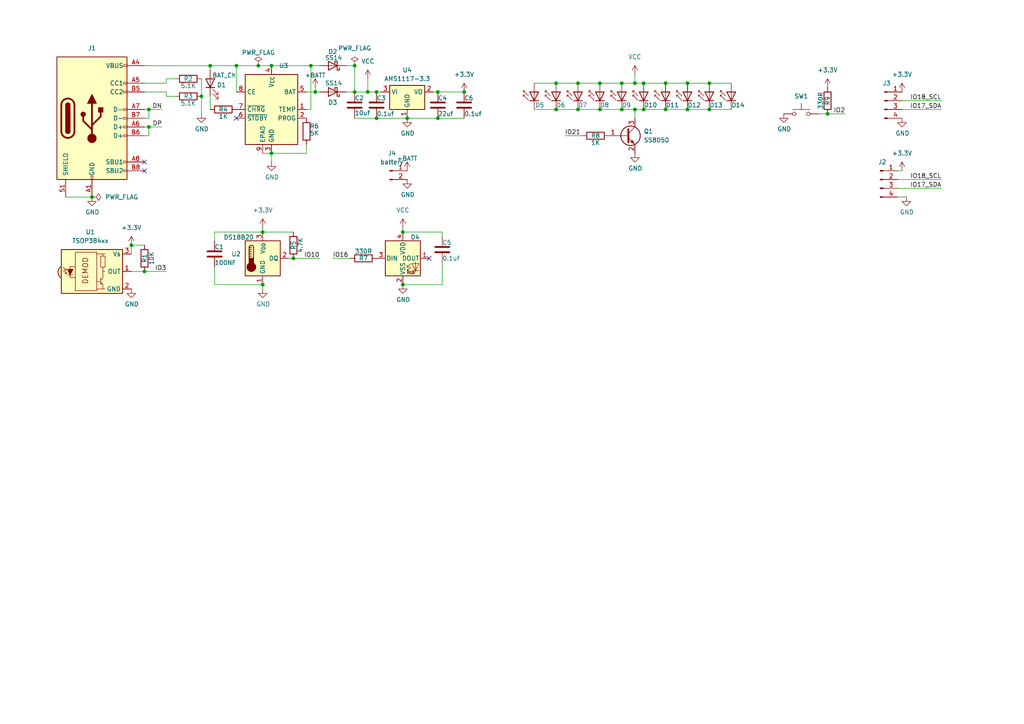
<source format=kicad_sch>
(kicad_sch (version 20250114) (generator "eeschema") (generator_version "9.0")
  (paper "A4")
  (lib_symbols
    (symbol "Battery_Management:TP4056-42-ESOP8"
      (property "Reference" "U" (at -6.604 11.684 0))
      (property "Value" "TP4056-42-ESOP8" (at 10.16 11.684 0))
      (symbol "TP4056-42-ESOP8_1_0"
        (pin input line (at -10.16 5.08 0) (length 2.54) (name "CE") (number "8"))
        (pin open_collector line (at -10.16 0 0) (length 2.54) (name "~{CHRG}") (number "7"))
        (pin open_collector line (at -10.16 -2.54 0) (length 2.54) (name "~{STDBY}") (number "6"))
        (pin passive line (at -2.54 -12.7 90) (length 2.54) (name "EPAD") (number "9"))
        (pin power_in line (at 0 12.7 270) (length 2.54) (name "V_{CC}") (number "4"))
        (pin power_in line (at 0 -12.7 90) (length 2.54) (name "GND") (number "3"))
        (pin power_out line (at 10.16 5.08 180) (length 2.54) (name "BAT") (number "5"))
        (pin input line (at 10.16 0 180) (length 2.54) (name "TEMP") (number "1"))
        (pin passive line (at 10.16 -2.54 180) (length 2.54) (name "PROG") (number "2"))
      )
    )
    (symbol "Connector:Conn_01x02_Pin" (pin_names (offset 1.016) (hide yes))
      (property "Reference" "J" (at 0 2.54 0))
      (property "Value" "Conn_01x02_Pin" (at 0 -5.08 0))
      (symbol "Conn_01x02_Pin_1_1"
        (pin passive line (at 5.08 0 180) (length 3.81) (name "Pin_1") (number "1"))
        (pin passive line (at 5.08 -2.54 180) (length 3.81) (name "Pin_2") (number "2"))
      )
    )
    (symbol "Connector:Conn_01x04_Pin" (pin_names (offset 1.016) (hide yes))
      (property "Reference" "J" (at 0 5.08 0))
      (property "Value" "Conn_01x04_Pin" (at 0 -7.62 0))
      (symbol "Conn_01x04_Pin_1_1"
        (pin passive line (at 5.08 2.54 180) (length 3.81) (name "Pin_1") (number "1"))
        (pin passive line (at 5.08 0 180) (length 3.81) (name "Pin_2") (number "2"))
        (pin passive line (at 5.08 -2.54 180) (length 3.81) (name "Pin_3") (number "3"))
        (pin passive line (at 5.08 -5.08 180) (length 3.81) (name "Pin_4") (number "4"))
      )
    )
    (symbol "Connector:USB_C_Receptacle_USB2.0_16P" (pin_names (offset 1.016))
      (property "Reference" "J" (at 0 22.225 0))
      (property "Value" "USB_C_Receptacle_USB2.0_16P" (at 0 19.685 0))
      (symbol "USB_C_Receptacle_USB2.0_16P_1_1"
        (pin passive line (at -7.62 -22.86 90) (length 5.08) (name "SHIELD") (number "S1"))
        (pin passive line (at 0 -22.86 90) (length 5.08) (name "GND") (number "A1"))
        (pin passive line (at 0 -22.86 90) (length 5.08) (hide yes) (name "GND") (number "A12"))
        (pin passive line (at 0 -22.86 90) (length 5.08) (hide yes) (name "GND") (number "B1"))
        (pin passive line (at 0 -22.86 90) (length 5.08) (hide yes) (name "GND") (number "B12"))
        (pin passive line (at 15.24 15.24 180) (length 5.08) (name "VBUS") (number "A4"))
        (pin passive line (at 15.24 15.24 180) (length 5.08) (hide yes) (name "VBUS") (number "A9"))
        (pin passive line (at 15.24 15.24 180) (length 5.08) (hide yes) (name "VBUS") (number "B4"))
        (pin passive line (at 15.24 15.24 180) (length 5.08) (hide yes) (name "VBUS") (number "B9"))
        (pin bidirectional line (at 15.24 10.16 180) (length 5.08) (name "CC1") (number "A5"))
        (pin bidirectional line (at 15.24 7.62 180) (length 5.08) (name "CC2") (number "B5"))
        (pin bidirectional line (at 15.24 2.54 180) (length 5.08) (name "D-") (number "A7"))
        (pin bidirectional line (at 15.24 0 180) (length 5.08) (name "D-") (number "B7"))
        (pin bidirectional line (at 15.24 -2.54 180) (length 5.08) (name "D+") (number "A6"))
        (pin bidirectional line (at 15.24 -5.08 180) (length 5.08) (name "D+") (number "B6"))
        (pin bidirectional line (at 15.24 -12.7 180) (length 5.08) (name "SBU1") (number "A8"))
        (pin bidirectional line (at 15.24 -15.24 180) (length 5.08) (name "SBU2") (number "B8"))
      )
    )
    (symbol "Device:C" (pin_numbers (hide yes)) (pin_names (offset 0.254))
      (property "Reference" "C" (at 0.635 2.54 0))
      (property "Value" "C" (at 0.635 -2.54 0))
      (symbol "C_1_1"
        (pin passive line (at 0 3.81 270) (length 2.794) (name "~") (number "1"))
        (pin passive line (at 0 -3.81 90) (length 2.794) (name "~") (number "2"))
      )
    )
    (symbol "Device:LED" (pin_numbers (hide yes)) (pin_names (offset 1.016) (hide yes))
      (property "Reference" "D" (at 0 2.54 0))
      (property "Value" "LED" (at 0 -2.54 0))
      (symbol "LED_1_1"
        (pin passive line (at -3.81 0 0) (length 2.54) (name "K") (number "1"))
        (pin passive line (at 3.81 0 180) (length 2.54) (name "A") (number "2"))
      )
    )
    (symbol "Device:R" (pin_numbers (hide yes)) (pin_names (offset 0))
      (property "Reference" "R" (at 2.032 0 90))
      (property "Value" "R" (at 0 0 90))
      (symbol "R_1_1"
        (pin passive line (at 0 3.81 270) (length 1.27) (name "~") (number "1"))
        (pin passive line (at 0 -3.81 90) (length 1.27) (name "~") (number "2"))
      )
    )
    (symbol "Diode:SS14" (pin_numbers (hide yes)) (pin_names (offset 1.016) (hide yes))
      (property "Reference" "D" (at 0 2.54 0))
      (property "Value" "SS14" (at 0 -2.54 0))
      (symbol "SS14_1_1"
        (pin passive line (at -3.81 0 0) (length 2.54) (name "K") (number "1"))
        (pin passive line (at 3.81 0 180) (length 2.54) (name "A") (number "2"))
      )
    )
    (symbol "Interface_Optical:TSOP384xx"
      (property "Reference" "U" (at -10.16 7.62 0))
      (property "Value" "TSOP384xx" (at -10.16 -7.62 0))
      (symbol "TSOP384xx_0_0"
        (text "DEMOD" (at -3.175 0.254 900) (effects (font (size 1.524 1.524))))
      )
      (symbol "TSOP384xx_1_1"
        (pin power_in line (at 10.16 5.08 180) (length 2.54) (name "Vs") (number "3"))
        (pin output line (at 10.16 0 180) (length 2.54) (name "OUT") (number "1"))
        (pin power_in line (at 10.16 -5.08 180) (length 2.54) (name "GND") (number "2"))
      )
    )
    (symbol "Jumper:SolderJumper_2_Open" (pin_numbers (hide yes)) (pin_names (offset 0) (hide yes)) (in_bom no)
      (property "Reference" "JP" (at 0 2.032 0))
      (property "Value" "SolderJumper_2_Open" (at 0 -2.54 0))
      (symbol "SolderJumper_2_Open_1_1"
        (pin passive line (at -3.81 0 0) (length 2.54) (name "A") (number "1"))
        (pin passive line (at 3.81 0 180) (length 2.54) (name "B") (number "2"))
      )
    )
    (symbol "LED:TSAL4400" (pin_numbers (hide yes)) (pin_names (offset 1.016) (hide yes))
      (property "Reference" "D" (at 0.508 1.778 0))
      (property "Value" "TSAL4400" (at -1.016 -2.794 0))
      (symbol "TSAL4400_1_1"
        (pin passive line (at -5.08 0 0) (length 2.54) (name "K") (number "1"))
        (pin passive line (at 2.54 0 180) (length 2.54) (name "A") (number "2"))
      )
    )
    (symbol "LED:WS2812B-2020" (pin_names (offset 0.254))
      (property "Reference" "D" (at 5.08 5.715 0))
      (property "Value" "WS2812B-2020" (at 1.27 -5.715 0))
      (symbol "WS2812B-2020_0_0"
        (text "RGB" (at 2.286 -4.191 0) (effects (font (size 0.762 0.762))))
      )
      (symbol "WS2812B-2020_1_1"
        (pin input line (at -7.62 0 0) (length 2.54) (name "DIN") (number "3"))
        (pin power_in line (at 0 7.62 270) (length 2.54) (name "VDD") (number "4"))
        (pin power_in line (at 0 -7.62 90) (length 2.54) (name "VSS") (number "2"))
        (pin output line (at 7.62 0 180) (length 2.54) (name "DOUT") (number "1"))
      )
    )
    (symbol "Memory_Flash:W25Q32JVSS"
      (property "Reference" "U" (at -6.35 11.43 0))
      (property "Value" "W25Q32JVSS" (at 7.62 11.43 0))
      (symbol "W25Q32JVSS_1_1"
        (pin input line (at -10.16 7.62 0) (length 2.54) (name "~{CS}") (number "1"))
        (pin input line (at -10.16 5.08 0) (length 2.54) (name "CLK") (number "6"))
        (pin bidirectional line (at -10.16 2.54 0) (length 2.54) (name "DI/IO_{0}") (number "5"))
        (pin bidirectional line (at -10.16 0 0) (length 2.54) (name "DO/IO_{1}") (number "2"))
        (pin bidirectional line (at -10.16 -2.54 0) (length 2.54) (name "~{WP}/IO_{2}") (number "3"))
        (pin bidirectional line (at -10.16 -5.08 0) (length 2.54) (name "~{HOLD}/~{RESET}/IO_{3}") (number "7"))
        (pin power_in line (at 0 12.7 270) (length 2.54) (name "VCC") (number "8"))
        (pin power_in line (at 0 -12.7 90) (length 2.54) (name "GND") (number "4"))
      )
    )
    (symbol "RF_Module:ESP32-S3-WROOM-2"
      (property "Reference" "U" (at -10.16 45.72 0))
      (property "Value" "ESP32-S3-WROOM-2" (at 2.54 45.72 0))
      (symbol "ESP32-S3-WROOM-2_1_1"
        (pin input line (at -12.7 40.64 0) (length 2.54) (name "EN") (number "3"))
        (pin no_connect line (at -10.16 -35.56 0) (length 2.54) (hide yes) (name "NC") (number "28"))
        (pin no_connect line (at -10.16 -38.1 0) (length 2.54) (hide yes) (name "NC") (number "29"))
        (pin no_connect line (at -10.16 -40.64 0) (length 2.54) (hide yes) (name "NC") (number "30"))
        (pin power_in line (at 0 48.26 270) (length 2.54) (name "3V3") (number "2"))
        (pin power_in line (at 0 -48.26 90) (length 2.54) (name "GND") (number "1"))
        (pin passive line (at 0 -48.26 90) (length 2.54) (hide yes) (name "GND") (number "40"))
        (pin passive line (at 0 -48.26 90) (length 2.54) (hide yes) (name "GND") (number "41"))
        (pin bidirectional line (at 12.7 40.64 180) (length 2.54) (name "IO0") (number "27"))
        (pin bidirectional line (at 12.7 38.1 180) (length 2.54) (name "IO1") (number "39"))
        (pin bidirectional line (at 12.7 35.56 180) (length 2.54) (name "IO2") (number "38"))
        (pin bidirectional line (at 12.7 33.02 180) (length 2.54) (name "IO3") (number "15"))
        (pin bidirectional line (at 12.7 30.48 180) (length 2.54) (name "IO4") (number "4"))
        (pin bidirectional line (at 12.7 27.94 180) (length 2.54) (name "IO5") (number "5"))
        (pin bidirectional line (at 12.7 25.4 180) (length 2.54) (name "IO6") (number "6"))
        (pin bidirectional line (at 12.7 22.86 180) (length 2.54) (name "IO7") (number "7"))
        (pin bidirectional line (at 12.7 20.32 180) (length 2.54) (name "IO8") (number "12"))
        (pin bidirectional line (at 12.7 17.78 180) (length 2.54) (name "IO9") (number "17"))
        (pin bidirectional line (at 12.7 15.24 180) (length 2.54) (name "IO10") (number "18"))
        (pin bidirectional line (at 12.7 12.7 180) (length 2.54) (name "IO11") (number "19"))
        (pin bidirectional line (at 12.7 10.16 180) (length 2.54) (name "IO12") (number "20"))
        (pin bidirectional line (at 12.7 7.62 180) (length 2.54) (name "IO13") (number "21"))
        (pin bidirectional line (at 12.7 5.08 180) (length 2.54) (name "IO14") (number "22"))
        (pin bidirectional line (at 12.7 2.54 180) (length 2.54) (name "IO15") (number "8"))
        (pin bidirectional line (at 12.7 0 180) (length 2.54) (name "IO16") (number "9"))
        (pin bidirectional line (at 12.7 -2.54 180) (length 2.54) (name "IO17") (number "10"))
        (pin bidirectional line (at 12.7 -5.08 180) (length 2.54) (name "IO18") (number "11"))
        (pin bidirectional line (at 12.7 -7.62 180) (length 2.54) (name "USB_D-/IO19") (number "13"))
        (pin bidirectional line (at 12.7 -10.16 180) (length 2.54) (name "USB_D+/IO20") (number "14"))
        (pin bidirectional line (at 12.7 -12.7 180) (length 2.54) (name "IO21") (number "23"))
        (pin bidirectional line (at 12.7 -15.24 180) (length 2.54) (name "IO38") (number "31"))
        (pin bidirectional line (at 12.7 -17.78 180) (length 2.54) (name "MTCK/IO39") (number "32"))
        (pin bidirectional line (at 12.7 -20.32 180) (length 2.54) (name "MTDO/IO40") (number "33"))
        (pin bidirectional line (at 12.7 -22.86 180) (length 2.54) (name "MTDI/IO41") (number "34"))
        (pin bidirectional line (at 12.7 -25.4 180) (length 2.54) (name "MTMS/IO42") (number "35"))
        (pin bidirectional line (at 12.7 -27.94 180) (length 2.54) (name "TXD0/IO43") (number "37"))
        (pin bidirectional line (at 12.7 -30.48 180) (length 2.54) (name "RXD0/IO44") (number "36"))
        (pin bidirectional line (at 12.7 -33.02 180) (length 2.54) (name "IO45") (number "26"))
        (pin bidirectional line (at 12.7 -35.56 180) (length 2.54) (name "IO46") (number "16"))
        (pin bidirectional line (at 12.7 -38.1 180) (length 2.54) (name "IO47") (number "24"))
        (pin bidirectional line (at 12.7 -40.64 180) (length 2.54) (name "IO48") (number "25"))
      )
    )
    (symbol "Regulator_Linear:AMS1117-3.3"
      (property "Reference" "U" (at -3.81 3.175 0))
      (property "Value" "AMS1117-3.3" (at 0 3.175 0))
      (symbol "AMS1117-3.3_1_1"
        (pin power_in line (at -7.62 0 0) (length 2.54) (name "VI") (number "3"))
        (pin power_in line (at 0 -7.62 90) (length 2.54) (name "GND") (number "1"))
        (pin power_out line (at 7.62 0 180) (length 2.54) (name "VO") (number "2"))
      )
    )
    (symbol "Sensor_Temperature:DS18B20"
      (property "Reference" "U" (at -3.81 6.35 0))
      (property "Value" "DS18B20" (at 6.35 6.35 0))
      (symbol "DS18B20_1_1"
        (pin power_in line (at 0 7.62 270) (length 2.54) (name "V_{DD}") (number "3"))
        (pin power_in line (at 0 -7.62 90) (length 2.54) (name "GND") (number "1"))
        (pin bidirectional line (at 7.62 0 180) (length 2.54) (name "DQ") (number "2"))
      )
    )
    (symbol "Switch:SW_Push" (pin_numbers (hide yes)) (pin_names (offset 1.016) (hide yes))
      (property "Reference" "SW" (at 1.27 2.54 0))
      (property "Value" "SW_Push" (at 0 -1.524 0))
      (symbol "SW_Push_0_1"
        (pin passive line (at -5.08 0 0) (length 2.54) (name "1") (number "1"))
        (pin passive line (at 5.08 0 180) (length 2.54) (name "2") (number "2"))
      )
    )
    (symbol "Transistor_BJT:SS8050" (pin_names (offset 0) (hide yes))
      (property "Reference" "Q" (at 5.08 1.905 0))
      (property "Value" "SS8050" (at 5.08 0 0))
      (symbol "SS8050_1_1"
        (pin input line (at -5.08 0 0) (length 2.54) (name "B") (number "1"))
        (pin passive line (at 2.54 5.08 270) (length 2.54) (name "C") (number "3"))
        (pin passive line (at 2.54 -5.08 90) (length 2.54) (name "E") (number "2"))
      )
    )
    (symbol "power:+3.3V" (power) (pin_numbers (hide yes)) (pin_names (offset 0) (hide yes))
      (property "Value" "+3.3V" (at 0 3.556 0))
      (symbol "+3.3V_1_1"
        (pin power_in line (at 0 0 90) (length 0) (name "~") (number "1"))
      )
    )
    (symbol "power:+BATT" (power) (pin_numbers (hide yes)) (pin_names (offset 0) (hide yes))
      (property "Value" "+BATT" (at 0 3.556 0))
      (symbol "+BATT_1_1"
        (pin power_in line (at 0 0 90) (length 0) (name "~") (number "1"))
      )
    )
    (symbol "power:GND" (power) (pin_numbers (hide yes)) (pin_names (offset 0) (hide yes))
      (property "Value" "GND" (at 0 -3.81 0))
      (symbol "GND_1_1"
        (pin power_in line (at 0 0 270) (length 0) (name "~") (number "1"))
      )
    )
    (symbol "power:PWR_FLAG" (power) (pin_numbers (hide yes)) (pin_names (offset 0) (hide yes))
      (property "Value" "PWR_FLAG" (at 0 3.81 0))
      (symbol "PWR_FLAG_0_0"
        (pin power_out line (at 0 0 90) (length 0) (name "~") (number "1"))
      )
    )
    (symbol "power:VCC" (power) (pin_numbers (hide yes)) (pin_names (offset 0) (hide yes))
      (property "Value" "VCC" (at 0 3.556 0))
      (symbol "VCC_1_1"
        (pin power_in line (at 0 0 90) (length 0) (name "~") (number "1"))
      )
    )
  )
  (junction (at 91.44 26.67))
  (junction (at 358.14 20.32))
  (junction (at 317.5 20.32))
  (junction (at 118.11 34.29))
  (junction (at 337.82 0))
  (junction (at 109.22 26.67))
  (junction (at 127 26.67))
  (junction (at 327.66 25.4))
  (junction (at 116.84 82.55))
  (junction (at 184.15 24.13))
  (junction (at 347.98 15.24))
  (junction (at 116.84 67.31))
  (junction (at 78.74 19.05))
  (junction (at 327.66 5.08))
  (junction (at 193.04 24.13))
  (junction (at 180.34 24.13))
  (junction (at 38.1 71.12))
  (junction (at 43.18 31.75))
  (junction (at 337.82 5.08))
  (junction (at 337.82 10.16))
  (junction (at 60.96 19.05))
  (junction (at 327.66 15.24))
  (junction (at 186.69 31.75))
  (junction (at 368.3 49.53))
  (junction (at 205.74 24.13))
  (junction (at 134.62 26.67))
  (junction (at 74.93 19.05))
  (junction (at 109.22 34.29))
  (junction (at 102.87 19.05))
  (junction (at 173.99 24.13))
  (junction (at 382.27 85.09))
  (junction (at 127 34.29))
  (junction (at 347.98 25.4))
  (junction (at 161.29 24.13))
  (junction (at 205.74 31.75))
  (junction (at 337.82 -5.08))
  (junction (at 43.18 36.83))
  (junction (at 90.17 19.05))
  (junction (at 173.99 31.75))
  (junction (at 167.64 31.75))
  (junction (at 199.39 31.75))
  (junction (at 76.2 67.31))
  (junction (at 180.34 31.75))
  (junction (at 358.14 10.16))
  (junction (at 78.74 44.45))
  (junction (at 337.82 20.32))
  (junction (at 186.69 24.13))
  (junction (at 240.03 33.02))
  (junction (at 199.39 24.13))
  (junction (at 102.87 26.67))
  (junction (at 68.58 19.05))
  (junction (at 58.42 27.94))
  (junction (at 41.91 78.74))
  (junction (at 337.82 25.4))
  (junction (at 347.98 5.08))
  (junction (at 193.04 31.75))
  (junction (at 161.29 31.75))
  (junction (at 85.09 74.93))
  (junction (at 167.64 24.13))
  (junction (at 317.5 49.53))
  (junction (at 26.67 57.15))
  (junction (at 337.82 15.24))
  (junction (at 184.15 31.75))
  (junction (at 317.5 10.16))
  (junction (at 76.2 82.55))
  (junction (at 106.68 26.67))
  (no_connect (at 41.91 49.53))
  (no_connect (at 350.52 64.77))
  (no_connect (at 350.52 125.73))
  (no_connect (at 350.52 118.11))
  (no_connect (at 68.58 34.29))
  (no_connect (at 350.52 130.81))
  (no_connect (at 124.46 74.93))
  (no_connect (at 41.91 46.99))
  (no_connect (at 350.52 107.95))
  (no_connect (at 350.52 105.41))
  (no_connect (at 350.52 85.09))
  (no_connect (at 350.52 113.03))
  (no_connect (at 350.52 128.27))
  (no_connect (at 350.52 67.31))
  (no_connect (at 350.52 80.01))
  (no_connect (at 350.52 69.85))
  (no_connect (at 350.52 72.39))
  (no_connect (at 350.52 123.19))
  (no_connect (at 350.52 77.47))
  (no_connect (at 350.52 52.07))
  (no_connect (at 350.52 115.57))
  (no_connect (at 350.52 110.49))
  (no_connect (at 350.52 120.65))
  (wire (pts (xy 184.15 31.75) (xy 184.15 34.29)))
  (wire (pts (xy 205.74 31.75) (xy 212.09 31.75)))
  (wire (pts (xy 118.11 34.29) (xy 127 34.29)))
  (wire (pts (xy 109.22 34.29) (xy 118.11 34.29)))
  (wire (pts (xy 173.99 24.13) (xy 180.34 24.13)))
  (wire (pts (xy 48.26 22.86) (xy 50.8 22.86)))
  (wire (pts (xy 161.29 31.75) (xy 167.64 31.75)))
  (wire (pts (xy 102.87 19.05) (xy 102.87 26.67)))
  (wire (pts (xy 350.52 97.79) (xy 361.95 97.79)))
  (wire (pts (xy 62.23 77.47) (xy 62.23 82.55)))
  (wire (pts (xy 350.52 87.63) (xy 361.95 87.63)))
  (wire (pts (xy 396.24 87.63) (xy 382.27 87.63)))
  (wire (pts (xy 356.87 10.16) (xy 358.14 10.16)))
  (wire (pts (xy 337.82 0) (xy 337.82 -5.08)))
  (wire (pts (xy 327.66 25.4) (xy 328.93 25.4)))
  (wire (pts (xy 128.27 76.2) (xy 128.27 82.55)))
  (wire (pts (xy 58.42 27.94) (xy 58.42 33.02)))
  (wire (pts (xy 347.98 25.4) (xy 347.98 15.24)))
  (wire (pts (xy 337.82 0) (xy 349.25 0)))
  (wire (pts (xy 106.68 26.67) (xy 109.22 26.67)))
  (wire (pts (xy 38.1 71.12) (xy 41.91 71.12)))
  (wire (pts (xy 88.9 31.75) (xy 90.17 31.75)))
  (wire (pts (xy 62.23 67.31) (xy 76.2 67.31)))
  (wire (pts (xy 41.91 78.74) (xy 48.26 78.74)))
  (wire (pts (xy 337.82 15.24) (xy 336.55 15.24)))
  (wire (pts (xy 163.83 39.37) (xy 168.91 39.37)))
  (wire (pts (xy 350.52 59.69) (xy 361.95 59.69)))
  (wire (pts (xy 205.74 24.13) (xy 212.09 24.13)))
  (wire (pts (xy 337.82 -12.7) (xy 337.82 -5.08)))
  (wire (pts (xy 317.5 20.32) (xy 317.5 10.16)))
  (wire (pts (xy 76.2 67.31) (xy 85.09 67.31)))
  (wire (pts (xy 339.09 -5.08) (xy 337.82 -5.08)))
  (wire (pts (xy 199.39 31.75) (xy 205.74 31.75)))
  (wire (pts (xy 318.77 10.16) (xy 317.5 10.16)))
  (wire (pts (xy 237.49 33.02) (xy 240.03 33.02)))
  (wire (pts (xy 350.52 92.71) (xy 361.95 92.71)))
  (wire (pts (xy 337.82 20.32) (xy 337.82 25.4)))
  (wire (pts (xy 358.14 10.16) (xy 358.14 0)))
  (wire (pts (xy 43.18 34.29) (xy 43.18 31.75)))
  (wire (pts (xy 48.26 27.94) (xy 50.8 27.94)))
  (wire (pts (xy 78.74 19.05) (xy 90.17 19.05)))
  (wire (pts (xy 358.14 20.32) (xy 358.14 10.16)))
  (wire (pts (xy 106.68 22.86) (xy 106.68 26.67)))
  (wire (pts (xy 261.62 29.21) (xy 273.05 29.21)))
  (wire (pts (xy 368.3 49.53) (xy 370.84 49.53)))
  (wire (pts (xy 382.27 85.09) (xy 396.24 85.09)))
  (wire (pts (xy 337.82 15.24) (xy 337.82 20.32)))
  (wire (pts (xy 58.42 22.86) (xy 58.42 27.94)))
  (wire (pts (xy 128.27 82.55) (xy 116.84 82.55)))
  (wire (pts (xy 100.33 19.05) (xy 102.87 19.05)))
  (wire (pts (xy 317.5 20.32) (xy 318.77 20.32)))
  (wire (pts (xy 186.69 24.13) (xy 193.04 24.13)))
  (wire (pts (xy 60.96 27.94) (xy 60.96 31.75)))
  (wire (pts (xy 260.35 49.53) (xy 261.62 49.53)))
  (wire (pts (xy 184.15 24.13) (xy 186.69 24.13)))
  (wire (pts (xy 161.29 24.13) (xy 167.64 24.13)))
  (wire (pts (xy 317.5 0) (xy 318.77 0)))
  (wire (pts (xy 346.71 25.4) (xy 347.98 25.4)))
  (wire (pts (xy 180.34 31.75) (xy 184.15 31.75)))
  (wire (pts (xy 337.82 0) (xy 326.39 0)))
  (wire (pts (xy 339.09 5.08) (xy 337.82 5.08)))
  (wire (pts (xy 19.05 57.15) (xy 26.67 57.15)))
  (wire (pts (xy 90.17 19.05) (xy 90.17 31.75)))
  (wire (pts (xy 337.82 20.32) (xy 349.25 20.32)))
  (wire (pts (xy 100.33 26.67) (xy 102.87 26.67)))
  (wire (pts (xy 88.9 44.45) (xy 78.74 44.45)))
  (wire (pts (xy 337.82 5.08) (xy 337.82 0)))
  (wire (pts (xy 350.52 100.33) (xy 361.95 100.33)))
  (wire (pts (xy 173.99 31.75) (xy 180.34 31.75)))
  (wire (pts (xy 43.18 36.83) (xy 43.18 39.37)))
  (wire (pts (xy 317.5 25.4) (xy 317.5 20.32)))
  (wire (pts (xy 41.91 31.75) (xy 43.18 31.75)))
  (wire (pts (xy 337.82 10.16) (xy 349.25 10.16)))
  (wire (pts (xy 368.3 49.53) (xy 368.3 50.8)))
  (wire (pts (xy 102.87 34.29) (xy 109.22 34.29)))
  (wire (pts (xy 193.04 31.75) (xy 199.39 31.75)))
  (wire (pts (xy 240.03 33.02) (xy 245.11 33.02)))
  (wire (pts (xy 193.04 24.13) (xy 199.39 24.13)))
  (wire (pts (xy 260.35 52.07) (xy 273.05 52.07)))
  (wire (pts (xy 167.64 24.13) (xy 173.99 24.13)))
  (wire (pts (xy 386.08 80.01) (xy 396.24 80.01)))
  (wire (pts (xy 68.58 19.05) (xy 74.93 19.05)))
  (wire (pts (xy 317.5 49.53) (xy 325.12 49.53)))
  (wire (pts (xy 128.27 68.58) (xy 128.27 67.31)))
  (wire (pts (xy 350.52 74.93) (xy 361.95 74.93)))
  (wire (pts (xy 96.52 74.93) (xy 101.6 74.93)))
  (wire (pts (xy 76.2 44.45) (xy 78.74 44.45)))
  (wire (pts (xy 91.44 25.4) (xy 91.44 26.67)))
  (wire (pts (xy 358.14 0) (xy 356.87 0)))
  (wire (pts (xy 336.55 25.4) (xy 337.82 25.4)))
  (wire (pts (xy 116.84 66.04) (xy 116.84 67.31)))
  (wire (pts (xy 127 26.67) (xy 134.62 26.67)))
  (wire (pts (xy 386.08 74.93) (xy 396.24 74.93)))
  (wire (pts (xy 199.39 24.13) (xy 205.74 24.13)))
  (wire (pts (xy 38.1 71.12) (xy 38.1 73.66)))
  (wire (pts (xy 347.98 15.24) (xy 346.71 15.24)))
  (wire (pts (xy 261.62 31.75) (xy 273.05 31.75)))
  (wire (pts (xy 90.17 19.05) (xy 92.71 19.05)))
  (wire (pts (xy 88.9 41.91) (xy 88.9 44.45)))
  (wire (pts (xy 337.82 5.08) (xy 337.82 10.16)))
  (wire (pts (xy 337.82 10.16) (xy 326.39 10.16)))
  (wire (pts (xy 85.09 74.93) (xy 92.71 74.93)))
  (wire (pts (xy 317.5 49.53) (xy 317.5 50.8)))
  (wire (pts (xy 127 34.29) (xy 134.62 34.29)))
  (wire (pts (xy 76.2 83.82) (xy 76.2 82.55)))
  (wire (pts (xy 347.98 -5.08) (xy 347.98 5.08)))
  (wire (pts (xy 317.5 58.42) (xy 317.5 59.69)))
  (wire (pts (xy 317.5 10.16) (xy 317.5 0)))
  (wire (pts (xy 328.93 -5.08) (xy 327.66 -5.08)))
  (wire (pts (xy 184.15 21.59) (xy 184.15 24.13)))
  (wire (pts (xy 102.87 26.67) (xy 106.68 26.67)))
  (wire (pts (xy 41.91 34.29) (xy 43.18 34.29)))
  (wire (pts (xy 41.91 26.67) (xy 48.26 26.67)))
  (wire (pts (xy 154.94 24.13) (xy 161.29 24.13)))
  (wire (pts (xy 336.55 5.08) (xy 337.82 5.08)))
  (wire (pts (xy 328.93 5.08) (xy 327.66 5.08)))
  (wire (pts (xy 327.66 -5.08) (xy 327.66 5.08)))
  (wire (pts (xy 76.2 66.04) (xy 76.2 67.31)))
  (wire (pts (xy 41.91 19.05) (xy 60.96 19.05)))
  (wire (pts (xy 317.5 46.99) (xy 317.5 49.53)))
  (wire (pts (xy 368.3 58.42) (xy 368.3 59.69)))
  (wire (pts (xy 74.93 19.05) (xy 78.74 19.05)))
  (wire (pts (xy 350.52 102.87) (xy 361.95 102.87)))
  (wire (pts (xy 43.18 36.83) (xy 46.99 36.83)))
  (wire (pts (xy 347.98 25.4) (xy 347.98 26.67)))
  (wire (pts (xy 48.26 24.13) (xy 48.26 22.86)))
  (wire (pts (xy 327.66 26.67) (xy 327.66 25.4)))
  (wire (pts (xy 128.27 67.31) (xy 116.84 67.31)))
  (wire (pts (xy 41.91 36.83) (xy 43.18 36.83)))
  (wire (pts (xy 88.9 26.67) (xy 91.44 26.67)))
  (wire (pts (xy 327.66 15.24) (xy 327.66 25.4)))
  (wire (pts (xy 38.1 78.74) (xy 41.91 78.74)))
  (wire (pts (xy 186.69 31.75) (xy 193.04 31.75)))
  (wire (pts (xy 41.91 24.13) (xy 48.26 24.13)))
  (wire (pts (xy 347.98 -5.08) (xy 346.71 -5.08)))
  (wire (pts (xy 154.94 31.75) (xy 161.29 31.75)))
  (wire (pts (xy 337.82 25.4) (xy 339.09 25.4)))
  (wire (pts (xy 180.34 24.13) (xy 184.15 24.13)))
  (wire (pts (xy 109.22 26.67) (xy 110.49 26.67)))
  (wire (pts (xy 68.58 19.05) (xy 68.58 26.67)))
  (wire (pts (xy 327.66 5.08) (xy 327.66 15.24)))
  (wire (pts (xy 62.23 82.55) (xy 76.2 82.55)))
  (wire (pts (xy 60.96 19.05) (xy 68.58 19.05)))
  (wire (pts (xy 337.82 10.16) (xy 337.82 15.24)))
  (wire (pts (xy 48.26 26.67) (xy 48.26 27.94)))
  (wire (pts (xy 350.52 82.55) (xy 361.95 82.55)))
  (wire (pts (xy 350.52 95.25) (xy 361.95 95.25)))
  (wire (pts (xy 78.74 44.45) (xy 78.74 46.99)))
  (wire (pts (xy 83.82 74.93) (xy 85.09 74.93)))
  (wire (pts (xy 60.96 20.32) (xy 60.96 19.05)))
  (wire (pts (xy 386.08 77.47) (xy 396.24 77.47)))
  (wire (pts (xy 337.82 15.24) (xy 339.09 15.24)))
  (wire (pts (xy 368.3 46.99) (xy 368.3 49.53)))
  (wire (pts (xy 347.98 5.08) (xy 346.71 5.08)))
  (wire (pts (xy 125.73 26.67) (xy 127 26.67)))
  (wire (pts (xy 336.55 -5.08) (xy 337.82 -5.08)))
  (wire (pts (xy 260.35 57.15) (xy 262.89 57.15)))
  (wire (pts (xy 382.27 87.63) (xy 382.27 85.09)))
  (wire (pts (xy 358.14 20.32) (xy 356.87 20.32)))
  (wire (pts (xy 350.52 54.61) (xy 361.95 54.61)))
  (wire (pts (xy 386.08 82.55) (xy 396.24 82.55)))
  (wire (pts (xy 260.35 54.61) (xy 273.05 54.61)))
  (wire (pts (xy 328.93 15.24) (xy 327.66 15.24)))
  (wire (pts (xy 184.15 31.75) (xy 186.69 31.75)))
  (wire (pts (xy 62.23 69.85) (xy 62.23 67.31)))
  (wire (pts (xy 41.91 39.37) (xy 43.18 39.37)))
  (wire (pts (xy 167.64 31.75) (xy 173.99 31.75)))
  (wire (pts (xy 337.82 25.4) (xy 337.82 41.91)))
  (wire (pts (xy 350.52 49.53) (xy 368.3 49.53)))
  (wire (pts (xy 91.44 26.67) (xy 92.71 26.67)))
  (wire (pts (xy 347.98 5.08) (xy 347.98 15.24)))
  (wire (pts (xy 43.18 31.75) (xy 46.99 31.75)))
  (wire (pts (xy 358.14 25.4) (xy 358.14 20.32)))
  (wire (pts (xy 350.52 57.15) (xy 361.95 57.15)))
  (wire (pts (xy 350.52 62.23) (xy 361.95 62.23)))
  (wire (pts (xy 337.82 20.32) (xy 326.39 20.32)))
  (wire (pts (xy 350.52 90.17) (xy 361.95 90.17)))
  (label "IO18_SCL" (at 361.95 95.25 180))
  (label "IO17_SDA" (at 273.05 31.75 180))
  (label "IO15" (at 386.08 77.47 0))
  (label "IO2" (at 361.95 54.61 180))
  (label "IO13" (at 386.08 74.93 0))
  (label "IO2" (at 245.11 33.02 180))
  (label "IO5" (at 361.95 62.23 180))
  (label "DN" (at 46.99 31.75 180))
  (label "EN" (at 320.04 49.53 0))
  (label "IO17_SDA" (at 273.05 54.61 180))
  (label "DN" (at 361.95 97.79 180))
  (label "IO18_SCL" (at 273.05 29.21 180))
  (label "IO10" (at 92.71 74.93 180))
  (label "IO3" (at 361.95 57.15 180))
  (label "IO18_SCL" (at 273.05 52.07 180))
  (label "IO17_SDA" (at 361.95 92.71 180))
  (label "IO21" (at 361.95 102.87 180))
  (label "DP" (at 361.95 100.33 180))
  (label "IO15" (at 361.95 87.63 180))
  (label "IO13" (at 361.95 82.55 180))
  (label "IO16" (at 96.52 74.93 0))
  (label "IO10" (at 361.95 74.93 180))
  (label "IO3" (at 48.26 78.74 180))
  (label "IO16" (at 361.95 90.17 180))
  (label "IO5" (at 386.08 80.01 0))
  (label "IO4" (at 386.08 82.55 0))
  (label "DP" (at 46.99 36.83 180))
  (label "IO4" (at 361.95 59.69 180))
  (label "IO21" (at 163.83 39.37 0))
  (symbol (lib_id "Device:C") (at 332.74 25.4 270) (unit 1)
    (property "Reference" "C14" (at 332.74 18.9992 90))
    (property "Value" "22 uF" (at 332.74 21.3106 90))
    (property "Footprint" "Capacitor_SMD:C_0603_1608Metric" (effects (hide yes)))
    (property "LCSC" "C59461" (effects (hide yes)))
  )
  (symbol (lib_id "Device:C") (at 342.9 25.4 270) (unit 1)
    (property "Reference" "C18" (at 342.9 18.9992 90))
    (property "Value" "100 nF" (at 342.9 21.3106 90))
    (property "Footprint" "Capacitor_SMD:C_0402_1005Metric" (effects (hide yes)))
    (property "LCSC" "C1525" (effects (hide yes)))
  )
  (symbol (lib_id "power:GND") (at 347.98 26.67 0) (unit 1)
    (property "Reference" "#PWR028" (effects (hide yes)))
    (property "Value" "GND" (at 348.107 31.0642 0))
  )
  (symbol (lib_id "power:GND") (at 327.66 26.67 0) (unit 1)
    (property "Reference" "#PWR025" (effects (hide yes)))
    (property "Value" "GND" (at 327.787 31.0642 0))
  )
  (symbol (lib_id "Device:C") (at 342.9 15.24 270) (unit 1)
    (property "Reference" "C17" (at 342.9 8.8392 90))
    (property "Value" "100 nF" (at 342.9 11.1506 90))
    (property "Footprint" "Capacitor_SMD:C_0402_1005Metric" (effects (hide yes)))
    (property "LCSC" "C1525" (effects (hide yes)))
  )
  (symbol (lib_id "Device:C") (at 332.74 15.24 270) (unit 1)
    (property "Reference" "C13" (at 332.74 8.8392 90))
    (property "Value" "100 nF" (at 332.74 11.1506 90))
    (property "Footprint" "Capacitor_SMD:C_0402_1005Metric" (effects (hide yes)))
    (property "LCSC" "C1525" (effects (hide yes)))
  )
  (symbol (lib_id "Device:C") (at 342.9 5.08 270) (unit 1)
    (property "Reference" "C16" (at 342.9 -1.3208 90))
    (property "Value" "100 nF" (at 342.9 0.9906 90))
    (property "Footprint" "Capacitor_SMD:C_0402_1005Metric" (effects (hide yes)))
    (property "LCSC" "C1525" (effects (hide yes)))
  )
  (symbol (lib_id "Device:C") (at 317.5 54.61 0) (unit 1)
    (property "Reference" "C7" (at 314.96 51.816 0))
    (property "Value" "1uF" (at 315.214 56.896 0))
    (property "Footprint" "Capacitor_SMD:C_0402_1005Metric" (effects (hide yes)))
    (property "LCSC" "C52923" (effects (hide yes)))
  )
  (symbol (lib_id "Device:C") (at 332.74 5.08 270) (unit 1)
    (property "Reference" "C12" (at 332.74 -1.3208 90))
    (property "Value" "100 nF" (at 332.74 0.9906 90))
    (property "Footprint" "Capacitor_SMD:C_0402_1005Metric" (effects (hide yes)))
    (property "LCSC" "C1525" (effects (hide yes)))
  )
  (symbol (lib_id "Device:C") (at 332.74 -5.08 270) (unit 1)
    (property "Reference" "C11" (at 332.74 -11.4808 90))
    (property "Value" "100 nF" (at 332.74 -9.1694 90))
    (property "Footprint" "Capacitor_SMD:C_0402_1005Metric" (effects (hide yes)))
    (property "LCSC" "C1525" (effects (hide yes)))
  )
  (symbol (lib_id "Device:C") (at 322.58 20.32 270) (unit 1)
    (property "Reference" "C10" (at 322.58 13.9192 90))
    (property "Value" "10uF" (at 322.58 16.2306 90))
    (property "Footprint" "Capacitor_SMD:C_0402_1005Metric" (effects (hide yes)))
    (property "Datasheet" "https://datasheet.lcsc.com/szlcsc/Samsung-Electro-Mechanics-CL05A106MQ5NUNC_C15525.pdf" (effects (hide yes)))
    (property "LCSC" "C15525" (effects (hide yes)))
  )
  (symbol (lib_id "Device:C") (at 342.9 -5.08 270) (unit 1)
    (property "Reference" "C15" (at 342.9 -11.4808 90))
    (property "Value" "10uF" (at 342.9 -9.1694 90))
    (property "Footprint" "Capacitor_SMD:C_0402_1005Metric" (effects (hide yes)))
    (property "Datasheet" "https://datasheet.lcsc.com/szlcsc/Samsung-Electro-Mechanics-CL05A106MQ5NUNC_C15525.pdf" (effects (hide yes)))
    (property "LCSC" "C15525" (effects (hide yes)))
  )
  (symbol (lib_id "Device:C") (at 353.06 20.32 270) (unit 1)
    (property "Reference" "C21" (at 353.06 13.9192 90))
    (property "Value" "10uF" (at 353.06 16.2306 90))
    (property "Footprint" "Capacitor_SMD:C_0402_1005Metric" (effects (hide yes)))
    (property "Datasheet" "https://datasheet.lcsc.com/szlcsc/Samsung-Electro-Mechanics-CL05A106MQ5NUNC_C15525.pdf" (effects (hide yes)))
    (property "LCSC" "C15525" (effects (hide yes)))
  )
  (symbol (lib_id "Device:C") (at 322.58 10.16 270) (unit 1)
    (property "Reference" "C9" (at 322.58 3.7592 90))
    (property "Value" "10uF" (at 322.58 6.0706 90))
    (property "Footprint" "Capacitor_SMD:C_0402_1005Metric" (effects (hide yes)))
    (property "Datasheet" "https://datasheet.lcsc.com/szlcsc/Samsung-Electro-Mechanics-CL05A106MQ5NUNC_C15525.pdf" (effects (hide yes)))
    (property "LCSC" "C15525" (effects (hide yes)))
  )
  (symbol (lib_id "Device:C") (at 322.58 0 270) (unit 1)
    (property "Reference" "C8" (at 322.58 -6.4008 90))
    (property "Value" "22 uF" (at 322.58 -4.0894 90))
    (property "Footprint" "Capacitor_SMD:C_0603_1608Metric" (effects (hide yes)))
    (property "LCSC" "C59461" (effects (hide yes)))
  )
  (symbol (lib_id "Device:C") (at 353.06 10.16 270) (unit 1)
    (property "Reference" "C20" (at 353.06 3.7592 90))
    (property "Value" "10uF" (at 353.06 6.0706 90))
    (property "Footprint" "Capacitor_SMD:C_0603_1608Metric" (effects (hide yes)))
    (property "LCSC" "C19702" (effects (hide yes)))
  )
  (symbol (lib_id "Device:C") (at 353.06 0 90) (unit 1)
    (property "Reference" "C19" (at 351.8916 -2.921 0) (effects (justify left)))
    (property "Value" "10uF" (at 354.203 -2.921 0) (effects (justify left)))
    (property "Footprint" "Capacitor_SMD:C_0603_1608Metric" (effects (hide yes)))
    (property "LCSC" "C19702" (effects (hide yes)))
  )
  (symbol (lib_id "power:GND") (at 317.5 25.4 0) (unit 1)
    (property "Reference" "#PWR022" (effects (hide yes)))
    (property "Value" "GND" (at 317.627 29.7942 0))
  )
  (symbol (lib_id "power:GND") (at 358.14 25.4 0) (mirror y) (unit 1)
    (property "Reference" "#PWR029" (effects (hide yes)))
    (property "Value" "GND" (at 358.013 29.7942 0))
  )
  (symbol (lib_id "power:+3.3V") (at 382.27 85.09 0) (unit 1)
    (property "Reference" "#PWR033" (effects (hide yes)))
    (property "Value" "+3.3V" (at 381 81.026 0))
    (property "Description" "Power symbol creates a global label with name \"+3.3V\"" (effects (hide yes)))
  )
  (symbol (lib_id "power:+3.3V") (at 76.2 66.04 0) (unit 1)
    (property "Reference" "#PWR05" (effects (hide yes)))
    (property "Value" "+3.3V" (at 76.2 60.96 0))
    (property "Description" "Power symbol creates a global label with name \"+3.3V\"" (effects (hide yes)))
  )
  (symbol (lib_id "Connector:Conn_01x04_Pin") (at 256.54 29.21 0) (unit 1)
    (property "Reference" "J3" (at 257.175 24.13 0))
    (property "Value" "OLED DSP" (effects (hide yes)))
    (property "Footprint" "Connector_JST:JST_PH_S4B-PH-K_1x04_P2.00mm_Horizontal" (effects (hide yes)))
    (property "Description" "Generic connector, single row, 01x04, script generated" (effects (hide yes)))
  )
  (symbol (lib_id "Device:C") (at 128.27 72.39 0) (unit 1)
    (property "Reference" "C5" (at 128.27 70.358 0) (effects (justify left)))
    (property "Value" "0.1uf" (at 128.27 74.93 0) (effects (justify left)))
    (property "Footprint" "Capacitor_SMD:C_0402_1005Metric" (effects (hide yes)))
    (property "Description" "Unpolarized capacitor" (effects (hide yes)))
  )
  (symbol (lib_id "LED:TSAL4400") (at 180.34 26.67 90) (unit 1)
    (property "Reference" "D9" (at 180.34 30.48 90) (effects (justify right)))
    (property "Value" "TSAL4400" (effects (hide yes)))
    (property "Footprint" "LED_THT:LED_D3.0mm_IRBlack" (effects (hide yes)))
    (property "Datasheet" "http://www.vishay.com/docs/81006/tsal4400.pdf" (effects (hide yes)))
    (property "Description" "Infrared LED , 3mm LED package" (effects (hide yes)))
  )
  (symbol (lib_id "power:GND") (at 184.15 44.45 0) (unit 1)
    (property "Reference" "#PWR015" (effects (hide yes)))
    (property "Value" "GND" (at 184.277 48.8442 0))
  )
  (symbol (lib_id "Device:R") (at 172.72 39.37 90) (unit 1)
    (property "Reference" "R8" (at 172.72 39.37 90))
    (property "Value" "1K" (at 172.72 41.402 90))
    (property "Footprint" "Resistor_SMD:R_0402_1005Metric" (effects (hide yes)))
    (property "Description" "Resistor" (effects (hide yes)))
  )
  (symbol (lib_id "Connector:Conn_01x02_Pin") (at 113.03 49.53 0) (unit 1)
    (property "Reference" "J4" (at 113.665 44.45 0))
    (property "Value" "battery" (at 113.665 46.99 0))
    (property "Footprint" "Connector_JST:JST_PH_B2B-PH-K_1x02_P2.00mm_Vertical" (effects (hide yes)))
    (property "Description" "Generic connector, single row, 01x02, script generated" (effects (hide yes)))
  )
  (symbol (lib_id "power:PWR_FLAG") (at 74.93 19.05 0) (unit 1)
    (property "Reference" "#FLG01" (effects (hide yes)))
    (property "Value" "PWR_FLAG" (at 74.93 15.24 0))
    (property "Description" "Special symbol for telling ERC where power comes from" (effects (hide yes)))
  )
  (symbol (lib_id "LED:TSAL4400") (at 167.64 26.67 90) (unit 1)
    (property "Reference" "D7" (at 167.64 30.48 90) (effects (justify right)))
    (property "Value" "TSAL4400" (effects (hide yes)))
    (property "Footprint" "LED_THT:LED_D3.0mm_IRBlack" (effects (hide yes)))
    (property "Datasheet" "http://www.vishay.com/docs/81006/tsal4400.pdf" (effects (hide yes)))
    (property "Description" "Infrared LED , 3mm LED package" (effects (hide yes)))
  )
  (symbol (lib_id "Device:C") (at 127 30.48 0) (unit 1)
    (property "Reference" "C4" (at 127 28.448 0) (effects (justify left)))
    (property "Value" "22uf" (at 127 33.02 0) (effects (justify left)))
    (property "Footprint" "Capacitor_SMD:C_0805_2012Metric" (effects (hide yes)))
    (property "Description" "Unpolarized capacitor" (effects (hide yes)))
  )
  (symbol (lib_id "LED:TSAL4400") (at 199.39 26.67 90) (unit 1)
    (property "Reference" "D12" (at 199.39 30.48 90) (effects (justify right)))
    (property "Value" "TSAL4400" (effects (hide yes)))
    (property "Footprint" "LED_THT:LED_D3.0mm_IRBlack" (effects (hide yes)))
    (property "Datasheet" "http://www.vishay.com/docs/81006/tsal4400.pdf" (effects (hide yes)))
    (property "Description" "Infrared LED , 3mm LED package" (effects (hide yes)))
  )
  (symbol (lib_id "power:GND") (at 26.67 57.15 0) (unit 1)
    (property "Reference" "#PWR01" (effects (hide yes)))
    (property "Value" "GND" (at 26.797 61.5442 0))
  )
  (symbol (lib_id "Interface_Optical:TSOP384xx") (at 27.94 78.74 0) (unit 1)
    (property "Reference" "U1" (at 26.205 67.31 0))
    (property "Value" "TSOP384xx" (at 26.205 69.85 0))
    (property "Footprint" "OptoDevice:Vishay_MINICAST-3Pin" (effects (hide yes)))
    (property "Datasheet" "http://www.vishay.com/docs/82491/tsop382.pdf" (effects (hide yes)))
    (property "Description" "Photo Modules for PCM Remote Control Systems" (effects (hide yes)))
  )
  (symbol (lib_id "Device:R") (at 64.77 31.75 90) (unit 1)
    (property "Reference" "R4" (at 64.77 31.75 90))
    (property "Value" "1K" (at 64.77 33.782 90))
    (property "Footprint" "Resistor_SMD:R_0402_1005Metric" (effects (hide yes)))
    (property "Description" "Resistor" (effects (hide yes)))
  )
  (symbol (lib_id "power:+BATT") (at 118.11 49.53 0) (unit 1)
    (property "Reference" "#PWR036" (effects (hide yes)))
    (property "Value" "+BATT" (at 118.11 45.974 0))
    (property "Description" "Power symbol creates a global label with name \"+BATT\"" (effects (hide yes)))
  )
  (symbol (lib_id "power:GND") (at 378.46 49.53 0) (unit 1)
    (property "Reference" "#PWR032" (effects (hide yes)))
    (property "Value" "GND" (at 378.587 53.9242 0))
  )
  (symbol (lib_id "Connector:Conn_01x04_Pin") (at 255.27 52.07 0) (unit 1)
    (property "Reference" "J2" (at 255.905 46.99 0))
    (property "Value" "I2C EXPANSION" (effects (hide yes)))
    (property "Footprint" "Connector_JST:JST_PH_S4B-PH-K_1x04_P2.00mm_Horizontal" (effects (hide yes)))
    (property "Description" "Generic connector, single row, 01x04, script generated" (effects (hide yes)))
  )
  (symbol (lib_id "power:GND") (at 368.3 59.69 0) (unit 1)
    (property "Reference" "#PWR031" (effects (hide yes)))
    (property "Value" "GND" (at 368.427 64.0842 0))
  )
  (symbol (lib_id "Device:LED") (at 60.96 24.13 90) (unit 1)
    (property "Reference" "D1" (at 64.262 24.638 90))
    (property "Value" "BAT_Ch" (at 65.024 21.844 90))
    (property "Footprint" "LED_SMD:LED_0201_0603Metric" (effects (hide yes)))
    (property "Description" "Light emitting diode" (effects (hide yes)))
    (property "Sim.Pins" "1=K 2=A" (effects (hide yes)))
  )
  (symbol (lib_id "Device:R") (at 240.03 29.21 0) (unit 1)
    (property "Reference" "R9" (at 240.03 29.21 90))
    (property "Value" "330R" (at 237.998 29.21 90))
    (property "Footprint" "Resistor_SMD:R_0402_1005Metric" (effects (hide yes)))
    (property "Description" "Resistor" (effects (hide yes)))
  )
  (symbol (lib_id "power:+3.3V") (at 240.03 25.4 0) (unit 1)
    (property "Reference" "#PWR017" (effects (hide yes)))
    (property "Value" "+3.3V" (at 240.03 20.32 0))
    (property "Description" "Power symbol creates a global label with name \"+3.3V\"" (effects (hide yes)))
  )
  (symbol (lib_id "power:PWR_FLAG") (at 26.67 57.15 270) (unit 1)
    (property "Reference" "#FLG02" (effects (hide yes)))
    (property "Value" "PWR_FLAG" (at 30.48 57.1499 90) (effects (justify left)))
    (property "Description" "Special symbol for telling ERC where power comes from" (effects (hide yes)))
  )
  (symbol (lib_id "power:VCC") (at 106.68 22.86 0) (unit 1)
    (property "Reference" "#PWR09" (effects (hide yes)))
    (property "Value" "VCC" (at 106.68 17.78 0))
    (property "Description" "Power symbol creates a global label with name \"VCC\"" (effects (hide yes)))
  )
  (symbol (lib_id "power:+3.3V") (at 368.3 39.37 0) (unit 1)
    (property "Reference" "#PWR030" (effects (hide yes)))
    (property "Value" "+3.3V" (at 372.11 37.338 0))
    (property "Description" "Power symbol creates a global label with name \"+3.3V\"" (effects (hide yes)))
  )
  (symbol (lib_id "LED:TSAL4400") (at 161.29 26.67 90) (unit 1)
    (property "Reference" "D6" (at 161.29 30.48 90) (effects (justify right)))
    (property "Value" "TSAL4400" (effects (hide yes)))
    (property "Footprint" "LED_THT:LED_D3.0mm_IRBlack" (effects (hide yes)))
    (property "Datasheet" "http://www.vishay.com/docs/81006/tsal4400.pdf" (effects (hide yes)))
    (property "Description" "Infrared LED , 3mm LED package" (effects (hide yes)))
  )
  (symbol (lib_id "Regulator_Linear:AMS1117-3.3") (at 118.11 26.67 0) (unit 1)
    (property "Reference" "U4" (at 118.11 20.32 0))
    (property "Value" "AMS1117-3.3" (at 118.11 22.86 0))
    (property "Footprint" "Package_TO_SOT_SMD:SOT-223-3_TabPin2" (effects (hide yes)))
    (property "Datasheet" "http://www.advanced-monolithic.com/pdf/ds1117.pdf" (effects (hide yes)))
    (property "Description" "1A Low Dropout regulator, positive, 3.3V fixed output, SOT-223" (effects (hide yes)))
  )
  (symbol (lib_id "power:+3.3V") (at 261.62 49.53 0) (unit 1)
    (property "Reference" "#PWR018" (effects (hide yes)))
    (property "Value" "+3.3V" (at 261.62 44.45 0))
    (property "Description" "Power symbol creates a global label with name \"+3.3V\"" (effects (hide yes)))
  )
  (symbol (lib_id "Battery_Management:TP4056-42-ESOP8") (at 78.74 31.75 0) (unit 1)
    (property "Reference" "U3" (at 80.8833 19.05 0) (effects (justify left)))
    (property "Value" "TP4056-42-ESOP8" (effects (hide yes)))
    (property "Footprint" "Package_SO:SOIC-8-1EP_3.9x4.9mm_P1.27mm_EP2.41x3.3mm_ThermalVias" (effects (hide yes)))
    (property "Datasheet" "https://www.lcsc.com/datasheet/lcsc_datasheet_2410121619_TOPPOWER-Nanjing-Extension-Microelectronics-TP4056-42-ESOP8_C16581.pdf" (effects (hide yes)))
    (property "Description" "1A Standalone Linear Li-ion/LiPo single-cell battery charger, 4.2V ±1% charge voltage, VCC = 4.0..8.0V, SOIC-8 (SOP-8)" (effects (hide yes)))
  )
  (symbol (lib_id "power:GND") (at 118.11 52.07 0) (unit 1)
    (property "Reference" "#PWR037" (effects (hide yes)))
    (property "Value" "GND" (at 118.237 56.4642 0))
  )
  (symbol (lib_id "power:+3.3V") (at 38.1 71.12 0) (unit 1)
    (property "Reference" "#PWR02" (effects (hide yes)))
    (property "Value" "+3.3V" (at 38.1 66.04 0))
    (property "Description" "Power symbol creates a global label with name \"+3.3V\"" (effects (hide yes)))
  )
  (symbol (lib_id "power:GND") (at 261.62 34.29 0) (unit 1)
    (property "Reference" "#PWR021" (effects (hide yes)))
    (property "Value" "GND" (at 261.747 38.6842 0))
  )
  (symbol (lib_id "Device:R") (at 41.91 74.93 180) (unit 1)
    (property "Reference" "R1" (at 41.91 74.93 90))
    (property "Value" "10K" (at 43.942 74.93 90))
    (property "Footprint" "Resistor_SMD:R_0402_1005Metric" (effects (hide yes)))
    (property "Description" "Resistor" (effects (hide yes)))
  )
  (symbol (lib_id "Device:C") (at 368.3 54.61 0) (unit 1)
    (property "Reference" "C22" (at 365.76 51.816 0))
    (property "Value" "1uF" (at 366.014 56.896 0))
    (property "Footprint" "Capacitor_SMD:C_0402_1005Metric" (effects (hide yes)))
    (property "LCSC" "C52923" (effects (hide yes)))
  )
  (symbol (lib_id "power:PWR_FLAG") (at 102.87 19.05 0) (unit 1)
    (property "Reference" "#FLG03" (effects (hide yes)))
    (property "Value" "PWR_FLAG" (at 102.87 13.97 0))
    (property "Description" "Special symbol for telling ERC where power comes from" (effects (hide yes)))
  )
  (symbol (lib_id "power:+3.3V") (at 406.4 69.85 0) (unit 1)
    (property "Reference" "#PWR034" (effects (hide yes)))
    (property "Value" "+3.3V" (at 405.13 65.786 0))
    (property "Description" "Power symbol creates a global label with name \"+3.3V\"" (effects (hide yes)))
  )
  (symbol (lib_id "LED:TSAL4400") (at 154.94 26.67 90) (unit 1)
    (property "Reference" "D5" (at 155.194 30.48 90) (effects (justify right)))
    (property "Value" "TSAL4400" (effects (hide yes)))
    (property "Footprint" "LED_THT:LED_D3.0mm_IRBlack" (effects (hide yes)))
    (property "Datasheet" "http://www.vishay.com/docs/81006/tsal4400.pdf" (effects (hide yes)))
    (property "Description" "Infrared LED , 3mm LED package" (effects (hide yes)))
  )
  (symbol (lib_id "Device:C") (at 62.23 73.66 0) (unit 1)
    (property "Reference" "C1" (at 62.23 71.628 0) (effects (justify left)))
    (property "Value" "100NF" (at 62.23 76.2 0) (effects (justify left)))
    (property "Footprint" "Capacitor_SMD:C_0402_1005Metric" (effects (hide yes)))
    (property "Description" "Unpolarized capacitor" (effects (hide yes)))
  )
  (symbol (lib_id "power:GND") (at 227.33 33.02 0) (unit 1)
    (property "Reference" "#PWR016" (effects (hide yes)))
    (property "Value" "GND" (at 227.457 37.4142 0))
  )
  (symbol (lib_id "Memory_Flash:W25Q32JVSS") (at 406.4 82.55 0) (unit 1)
    (property "Reference" "U6" (at 417.83 81.2799 0) (effects (justify left)))
    (property "Value" "W25Q32JVSS" (at 417.83 83.8199 0) (effects (justify left)))
    (property "Footprint" "Package_SO:SOIC-8_5.3x5.3mm_P1.27mm" (effects (hide yes)))
    (property "Datasheet" "http://www.winbond.com/resource-files/w25q32jv%20revg%2003272018%20plus.pdf" (effects (hide yes)))
    (property "Description" "32Mbit / 4MiB Serial Flash Memory, Standard/Dual/Quad SPI, 2.7-3.6V, SOIC-8 (208 mil)" (effects (hide yes)))
  )
  (symbol (lib_id "LED:TSAL4400") (at 186.69 26.67 90) (unit 1)
    (property "Reference" "D10" (at 186.7352 30.4512 90) (effects (justify right)))
    (property "Value" "TSAL4400" (effects (hide yes)))
    (property "Footprint" "LED_THT:LED_D3.0mm_IRBlack" (effects (hide yes)))
    (property "Datasheet" "http://www.vishay.com/docs/81006/tsal4400.pdf" (effects (hide yes)))
    (property "Description" "Infrared LED , 3mm LED package" (effects (hide yes)))
  )
  (symbol (lib_id "power:GND") (at 116.84 82.55 0) (unit 1)
    (property "Reference" "#PWR011" (effects (hide yes)))
    (property "Value" "GND" (at 116.967 86.9442 0))
  )
  (symbol (lib_id "power:GND") (at 58.42 33.02 0) (unit 1)
    (property "Reference" "#PWR04" (effects (hide yes)))
    (property "Value" "GND" (at 58.547 37.4142 0))
  )
  (symbol (lib_id "LED:TSAL4400") (at 173.99 26.67 90) (unit 1)
    (property "Reference" "D8" (at 173.99 30.48 90) (effects (justify right)))
    (property "Value" "TSAL4400" (effects (hide yes)))
    (property "Footprint" "LED_THT:LED_D3.0mm_IRBlack" (effects (hide yes)))
    (property "Datasheet" "http://www.vishay.com/docs/81006/tsal4400.pdf" (effects (hide yes)))
    (property "Description" "Infrared LED , 3mm LED package" (effects (hide yes)))
  )
  (symbol (lib_id "power:GND") (at 406.4 95.25 0) (unit 1)
    (property "Reference" "#PWR035" (effects (hide yes)))
    (property "Value" "GND" (at 406.527 99.6442 0))
  )
  (symbol (lib_id "LED:TSAL4400") (at 193.04 26.67 90) (unit 1)
    (property "Reference" "D11" (at 193.04 30.48 90) (effects (justify right)))
    (property "Value" "TSAL4400" (effects (hide yes)))
    (property "Footprint" "LED_THT:LED_D3.0mm_IRBlack" (effects (hide yes)))
    (property "Datasheet" "http://www.vishay.com/docs/81006/tsal4400.pdf" (effects (hide yes)))
    (property "Description" "Infrared LED , 3mm LED package" (effects (hide yes)))
  )
  (symbol (lib_id "Switch:SW_Push") (at 232.41 33.02 0) (unit 1)
    (property "Reference" "SW1" (at 232.41 27.94 0))
    (property "Value" "BTN" (effects (hide yes)))
    (property "Footprint" "Button_Switch_THT:SW_Tactile_SPST_Angled_PTS645Vx83-2LFS" (effects (hide yes)))
    (property "Description" "Push button switch, generic, two pins" (effects (hide yes)))
  )
  (symbol (lib_id "Device:R") (at 317.5 43.18 0) (unit 1)
    (property "Reference" "R10" (at 314.452 43.434 0))
    (property "Value" "10K" (at 314.198 41.656 0))
    (property "Footprint" "Resistor_SMD:R_0402_1005Metric" (effects (hide yes)))
    (property "Description" "Resistor" (effects (hide yes)))
  )
  (symbol (lib_id "LED:TSAL4400") (at 212.09 26.67 90) (unit 1)
    (property "Reference" "D14" (at 212.09 30.48 90) (effects (justify right)))
    (property "Value" "TSAL4400" (effects (hide yes)))
    (property "Footprint" "LED_THT:LED_D3.0mm_IRBlack" (effects (hide yes)))
    (property "Datasheet" "http://www.vishay.com/docs/81006/tsal4400.pdf" (effects (hide yes)))
    (property "Description" "Infrared LED , 3mm LED package" (effects (hide yes)))
  )
  (symbol (lib_id "power:GND") (at 118.11 34.29 0) (unit 1)
    (property "Reference" "#PWR012" (effects (hide yes)))
    (property "Value" "GND" (at 118.237 38.6842 0))
  )
  (symbol (lib_id "Device:C") (at 134.62 30.48 0) (unit 1)
    (property "Reference" "C6" (at 134.62 28.448 0) (effects (justify left)))
    (property "Value" "0.1uf" (at 134.62 33.02 0) (effects (justify left)))
    (property "Footprint" "Capacitor_SMD:C_0402_1005Metric" (effects (hide yes)))
    (property "Description" "Unpolarized capacitor" (effects (hide yes)))
  )
  (symbol (lib_id "Diode:SS14") (at 96.52 19.05 180) (unit 1)
    (property "Reference" "D2" (at 96.52 14.986 0))
    (property "Value" "SS14" (at 96.774 16.764 0))
    (property "Footprint" "Diode_SMD:D_SMA" (effects (hide yes)))
    (property "Datasheet" "https://www.vishay.com/docs/88746/ss12.pdf" (effects (hide yes)))
    (property "Description" "40V 1A Schottky Diode, SMA" (effects (hide yes)))
  )
  (symbol (lib_id "power:GND") (at 337.82 138.43 0) (unit 1)
    (property "Reference" "#PWR027" (effects (hide yes)))
    (property "Value" "GND" (at 337.947 142.8242 0))
  )
  (symbol (lib_id "Transistor_BJT:SS8050") (at 181.61 39.37 0) (unit 1)
    (property "Reference" "Q1" (at 186.69 38.0999 0) (effects (justify left)))
    (property "Value" "SS8050" (at 186.69 40.6399 0) (effects (justify left)))
    (property "Footprint" "Package_TO_SOT_SMD:SOT-23" (effects (hide yes)))
    (property "Datasheet" "http://www.secosgmbh.com/datasheet/products/SSMPTransistor/SOT-23/SS8050.pdf" (effects (hide yes)))
    (property "Description" "General Purpose NPN Transistor, 1.5A Ic, 25V Vce, SOT-23" (effects (hide yes)))
  )
  (symbol (lib_id "power:+3.3V") (at 317.5 39.37 0) (unit 1)
    (property "Reference" "#PWR023" (effects (hide yes)))
    (property "Value" "+3.3V" (at 321.31 37.338 0))
    (property "Description" "Power symbol creates a global label with name \"+3.3V\"" (effects (hide yes)))
  )
  (symbol (lib_id "Device:R") (at 368.3 43.18 0) (unit 1)
    (property "Reference" "R11" (at 365.252 43.434 0))
    (property "Value" "10K" (at 364.998 41.656 0))
    (property "Footprint" "Resistor_SMD:R_0402_1005Metric" (effects (hide yes)))
    (property "Description" "Resistor" (effects (hide yes)))
  )
  (symbol (lib_id "power:GND") (at 262.89 57.15 0) (unit 1)
    (property "Reference" "#PWR019" (effects (hide yes)))
    (property "Value" "GND" (at 263.017 61.5442 0))
  )
  (symbol (lib_id "Device:R") (at 88.9 38.1 180) (unit 1)
    (property "Reference" "R6" (at 91.186 36.576 0))
    (property "Value" "5K" (at 91.186 38.608 0))
    (property "Footprint" "Resistor_SMD:R_0402_1005Metric" (effects (hide yes)))
    (property "Description" "Resistor" (effects (hide yes)))
  )
  (symbol (lib_id "Device:R") (at 105.41 74.93 270) (unit 1)
    (property "Reference" "R7" (at 105.41 74.93 90))
    (property "Value" "330R" (at 105.41 72.898 90))
    (property "Footprint" "Resistor_SMD:R_0402_1005Metric" (effects (hide yes)))
    (property "Description" "Resistor" (effects (hide yes)))
  )
  (symbol (lib_id "power:VCC") (at 116.84 66.04 0) (unit 1)
    (property "Reference" "#PWR010" (effects (hide yes)))
    (property "Value" "VCC" (at 116.84 60.96 0))
    (property "Description" "Power symbol creates a global label with name \"VCC\"" (effects (hide yes)))
  )
  (symbol (lib_id "power:GND") (at 317.5 59.69 0) (unit 1)
    (property "Reference" "#PWR024" (effects (hide yes)))
    (property "Value" "GND" (at 317.627 64.0842 0))
  )
  (symbol (lib_id "Sensor_Temperature:DS18B20") (at 76.2 74.93 0) (unit 1)
    (property "Reference" "U2" (at 69.85 73.6599 0) (effects (justify right)))
    (property "Value" "DS18B20" (at 73.66 68.834 0) (effects (justify right)))
    (property "Footprint" "Package_TO_SOT_THT:TO-92_Inline" (effects (hide yes)))
    (property "Datasheet" "http://datasheets.maximintegrated.com/en/ds/DS18B20.pdf" (effects (hide yes)))
    (property "Description" "Programmable Resolution 1-Wire Digital Thermometer TO-92" (effects (hide yes)))
  )
  (symbol (lib_id "power:+3.3V") (at 337.82 -12.7 0) (unit 1)
    (property "Reference" "#PWR026" (effects (hide yes)))
    (property "Value" "+3.3V" (at 337.82 -17.78 0))
    (property "Description" "Power symbol creates a global label with name \"+3.3V\"" (effects (hide yes)))
  )
  (symbol (lib_id "Device:C") (at 109.22 30.48 0) (unit 1)
    (property "Reference" "C3" (at 109.22 28.448 0) (effects (justify left)))
    (property "Value" "0.1uf" (at 109.22 33.02 0) (effects (justify left)))
    (property "Footprint" "Capacitor_SMD:C_0402_1005Metric" (effects (hide yes)))
    (property "Description" "Unpolarized capacitor" (effects (hide yes)))
  )
  (symbol (lib_id "Device:C") (at 102.87 30.48 0) (unit 1)
    (property "Reference" "C2" (at 102.87 28.448 0) (effects (justify left)))
    (property "Value" "10uf" (at 102.87 32.766 0) (effects (justify left)))
    (property "Footprint" "Capacitor_SMD:C_0805_2012Metric" (effects (hide yes)))
    (property "Description" "Unpolarized capacitor" (effects (hide yes)))
  )
  (symbol (lib_id "power:GND") (at 76.2 83.82 0) (unit 1)
    (property "Reference" "#PWR06" (effects (hide yes)))
    (property "Value" "GND" (at 76.327 88.2142 0))
  )
  (symbol (lib_id "power:GND") (at 78.74 46.99 0) (unit 1)
    (property "Reference" "#PWR07" (effects (hide yes)))
    (property "Value" "GND" (at 78.867 51.3842 0))
  )
  (symbol (lib_id "Diode:SS14") (at 96.52 26.67 180) (unit 1)
    (property "Reference" "D3" (at 96.52 29.718 0))
    (property "Value" "SS14" (at 96.774 24.13 0))
    (property "Footprint" "Diode_SMD:D_SMA" (effects (hide yes)))
    (property "Datasheet" "https://www.vishay.com/docs/88746/ss12.pdf" (effects (hide yes)))
    (property "Description" "40V 1A Schottky Diode, SMA" (effects (hide yes)))
  )
  (symbol (lib_id "power:+BATT") (at 91.44 25.4 0) (unit 1)
    (property "Reference" "#PWR08" (effects (hide yes)))
    (property "Value" "+BATT" (at 91.44 21.844 0))
    (property "Description" "Power symbol creates a global label with name \"+BATT\"" (effects (hide yes)))
  )
  (symbol (lib_id "RF_Module:ESP32-S3-WROOM-2") (at 337.82 90.17 0) (unit 1)
    (property "Reference" "U5" (at 339.9633 39.37 0) (effects (justify left)))
    (property "Value" "ESP32-S3-WROOM-2" (at 339.9633 41.91 0) (effects (justify left)))
    (property "Footprint" "RF_Module:ESP32-S3-WROOM-1U" (effects (hide yes)))
    (property "Datasheet" "https://www.espressif.com/sites/default/files/documentation/esp32-s3-wroom-2_datasheet_en.pdf" (effects (hide yes)))
    (property "Description" "RF Module, 2.4 GHz, Wi­-Fi, Bluetooth, BLE, ESP32­-S3R8V" (effects (hide yes)))
  )
  (symbol (lib_id "power:VCC") (at 184.15 21.59 0) (unit 1)
    (property "Reference" "#PWR014" (effects (hide yes)))
    (property "Value" "VCC" (at 184.15 16.51 0))
    (property "Description" "Power symbol creates a global label with name \"VCC\"" (effects (hide yes)))
  )
  (symbol (lib_id "Device:R") (at 54.61 27.94 90) (unit 1)
    (property "Reference" "R3" (at 54.61 27.94 90))
    (property "Value" "5.1K" (at 54.61 29.972 90))
    (property "Footprint" "Resistor_SMD:R_0402_1005Metric" (effects (hide yes)))
    (property "Description" "Resistor" (effects (hide yes)))
  )
  (symbol (lib_id "power:+3.3V") (at 261.62 26.67 0) (unit 1)
    (property "Reference" "#PWR020" (effects (hide yes)))
    (property "Value" "+3.3V" (at 261.62 21.59 0))
    (property "Description" "Power symbol creates a global label with name \"+3.3V\"" (effects (hide yes)))
  )
  (symbol (lib_id "Device:R") (at 85.09 71.12 180) (unit 1)
    (property "Reference" "R5" (at 85.09 71.12 90))
    (property "Value" "4.7K" (at 87.122 71.12 90))
    (property "Footprint" "Resistor_SMD:R_0402_1005Metric" (effects (hide yes)))
    (property "Description" "Resistor" (effects (hide yes)))
  )
  (symbol (lib_id "power:GND") (at 38.1 83.82 0) (unit 1)
    (property "Reference" "#PWR03" (effects (hide yes)))
    (property "Value" "GND" (at 38.227 88.2142 0))
  )
  (symbol (lib_id "Connector:USB_C_Receptacle_USB2.0_16P") (at 26.67 34.29 0) (unit 1)
    (property "Reference" "J1" (at 26.67 13.97 0))
    (property "Value" "USB_C_Receptacle_USB2.0_16P" (effects (hide yes)))
    (property "Footprint" "Connector_USB:USB_C_Receptacle_GCT_USB4110" (effects (hide yes)))
    (property "Datasheet" "https://www.usb.org/sites/default/files/documents/usb_type-c.zip" (effects (hide yes)))
    (property "Description" "USB 2.0-only 16P Type-C Receptacle connector" (effects (hide yes)))
  )
  (symbol (lib_id "Jumper:SolderJumper_2_Open") (at 374.65 49.53 0) (unit 1) (in_bom no)
    (property "Reference" "En_Boot1" (at 374.65 47.244 0))
    (property "Value" "SolderJumper_2_Open" (effects (hide yes)))
    (property "Footprint" "Jumper:SolderJumper-2_P1.3mm_Open_RoundedPad1.0x1.5mm" (effects (hide yes)))
    (property "Description" "Solder Jumper, 2-pole, open" (effects (hide yes)))
  )
  (symbol (lib_id "LED:TSAL4400") (at 205.74 26.67 90) (unit 1)
    (property "Reference" "D13" (at 205.74 30.48 90) (effects (justify right)))
    (property "Value" "TSAL4400" (effects (hide yes)))
    (property "Footprint" "LED_THT:LED_D3.0mm_IRBlack" (effects (hide yes)))
    (property "Datasheet" "http://www.vishay.com/docs/81006/tsal4400.pdf" (effects (hide yes)))
    (property "Description" "Infrared LED , 3mm LED package" (effects (hide yes)))
  )
  (symbol (lib_id "LED:WS2812B-2020") (at 116.84 74.93 0) (unit 1)
    (property "Reference" "D4" (at 120.396 68.834 0))
    (property "Value" "WS2812B-2020" (effects (hide yes)))
    (property "Footprint" "WS2812C 2020 LED:LED-SMD_4P-L2.0-W2.0-TL_WS2812B-2020" (effects (hide yes)))
    (property "Datasheet" "https://cdn-shop.adafruit.com/product-files/4684/4684_WS2812B-2020_V1.3_EN.pdf" (effects (hide yes)))
    (property "Description" "RGB LED with integrated controller, 2.0 x 2.0 mm, 12 mA" (effects (hide yes)))
  )
  (symbol (lib_id "Device:R") (at 54.61 22.86 90) (unit 1)
    (property "Reference" "R2" (at 54.61 22.86 90))
    (property "Value" "5.1K" (at 54.61 24.892 90))
    (property "Footprint" "Resistor_SMD:R_0402_1005Metric" (effects (hide yes)))
    (property "Description" "Resistor" (effects (hide yes)))
  )
  (symbol (lib_id "power:+3.3V") (at 134.62 26.67 0) (unit 1)
    (property "Reference" "#PWR013" (effects (hide yes)))
    (property "Value" "+3.3V" (at 134.62 21.59 0))
    (property "Description" "Power symbol creates a global label with name \"+3.3V\"" (effects (hide yes)))
  )
)
</source>
